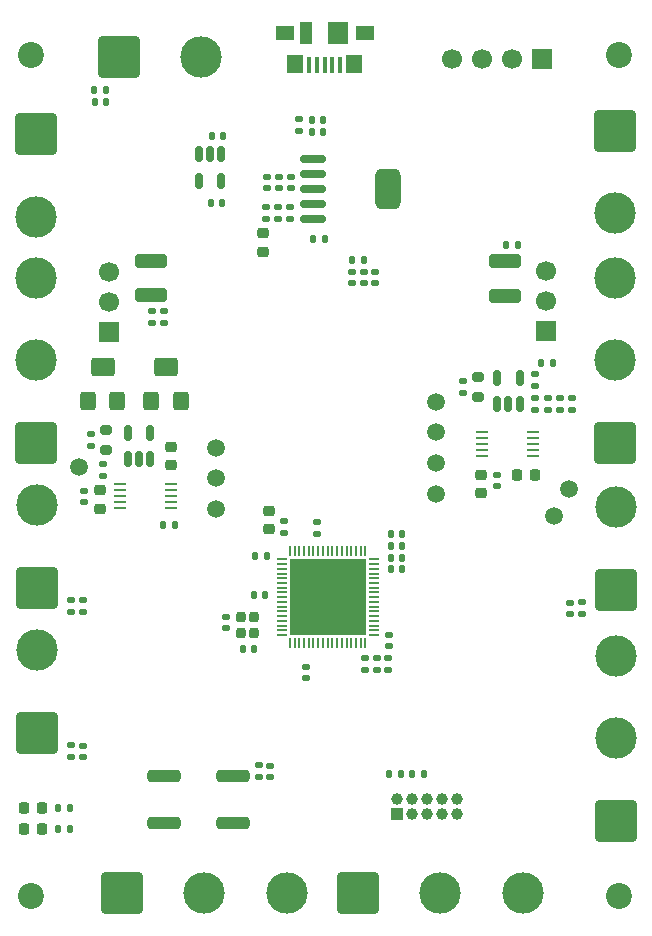
<source format=gbr>
%TF.GenerationSoftware,KiCad,Pcbnew,9.0.6*%
%TF.CreationDate,2026-01-25T18:40:06+01:00*%
%TF.ProjectId,dispo-board,64697370-6f2d-4626-9f61-72642e6b6963,rev?*%
%TF.SameCoordinates,Original*%
%TF.FileFunction,Soldermask,Top*%
%TF.FilePolarity,Negative*%
%FSLAX46Y46*%
G04 Gerber Fmt 4.6, Leading zero omitted, Abs format (unit mm)*
G04 Created by KiCad (PCBNEW 9.0.6) date 2026-01-25 18:40:06*
%MOMM*%
%LPD*%
G01*
G04 APERTURE LIST*
G04 Aperture macros list*
%AMRoundRect*
0 Rectangle with rounded corners*
0 $1 Rounding radius*
0 $2 $3 $4 $5 $6 $7 $8 $9 X,Y pos of 4 corners*
0 Add a 4 corners polygon primitive as box body*
4,1,4,$2,$3,$4,$5,$6,$7,$8,$9,$2,$3,0*
0 Add four circle primitives for the rounded corners*
1,1,$1+$1,$2,$3*
1,1,$1+$1,$4,$5*
1,1,$1+$1,$6,$7*
1,1,$1+$1,$8,$9*
0 Add four rect primitives between the rounded corners*
20,1,$1+$1,$2,$3,$4,$5,0*
20,1,$1+$1,$4,$5,$6,$7,0*
20,1,$1+$1,$6,$7,$8,$9,0*
20,1,$1+$1,$8,$9,$2,$3,0*%
G04 Aperture macros list end*
%ADD10RoundRect,0.140000X-0.170000X0.140000X-0.170000X-0.140000X0.170000X-0.140000X0.170000X0.140000X0*%
%ADD11RoundRect,0.200000X-0.200000X0.250000X-0.200000X-0.250000X0.200000X-0.250000X0.200000X0.250000X0*%
%ADD12RoundRect,0.135000X-0.135000X-0.185000X0.135000X-0.185000X0.135000X0.185000X-0.135000X0.185000X0*%
%ADD13RoundRect,0.140000X0.140000X0.170000X-0.140000X0.170000X-0.140000X-0.170000X0.140000X-0.170000X0*%
%ADD14RoundRect,0.140000X-0.140000X-0.170000X0.140000X-0.170000X0.140000X0.170000X-0.140000X0.170000X0*%
%ADD15RoundRect,0.250002X-1.499998X1.499998X-1.499998X-1.499998X1.499998X-1.499998X1.499998X1.499998X0*%
%ADD16C,3.500000*%
%ADD17RoundRect,0.150000X0.150000X-0.512500X0.150000X0.512500X-0.150000X0.512500X-0.150000X-0.512500X0*%
%ADD18R,1.000000X1.000000*%
%ADD19C,1.000000*%
%ADD20RoundRect,0.140000X0.170000X-0.140000X0.170000X0.140000X-0.170000X0.140000X-0.170000X-0.140000X0*%
%ADD21RoundRect,0.200000X0.275000X-0.200000X0.275000X0.200000X-0.275000X0.200000X-0.275000X-0.200000X0*%
%ADD22RoundRect,0.062500X-0.400000X-0.062500X0.400000X-0.062500X0.400000X0.062500X-0.400000X0.062500X0*%
%ADD23RoundRect,0.062500X-0.062500X-0.400000X0.062500X-0.400000X0.062500X0.400000X-0.062500X0.400000X0*%
%ADD24R,6.400000X6.400000*%
%ADD25R,0.450000X1.380000*%
%ADD26R,1.650000X1.300000*%
%ADD27R,1.425000X1.550000*%
%ADD28R,1.800000X1.900000*%
%ADD29R,1.000000X1.900000*%
%ADD30RoundRect,0.135000X-0.185000X0.135000X-0.185000X-0.135000X0.185000X-0.135000X0.185000X0.135000X0*%
%ADD31C,1.500000*%
%ADD32RoundRect,0.150000X-0.950000X-0.150000X0.950000X-0.150000X0.950000X0.150000X-0.950000X0.150000X0*%
%ADD33RoundRect,0.537500X-0.537500X-1.187500X0.537500X-1.187500X0.537500X1.187500X-0.537500X1.187500X0*%
%ADD34RoundRect,0.250002X1.499998X-1.499998X1.499998X1.499998X-1.499998X1.499998X-1.499998X-1.499998X0*%
%ADD35RoundRect,0.218750X0.256250X-0.218750X0.256250X0.218750X-0.256250X0.218750X-0.256250X-0.218750X0*%
%ADD36RoundRect,0.250002X-1.499998X-1.499998X1.499998X-1.499998X1.499998X1.499998X-1.499998X1.499998X0*%
%ADD37RoundRect,0.225000X-0.250000X0.225000X-0.250000X-0.225000X0.250000X-0.225000X0.250000X0.225000X0*%
%ADD38RoundRect,0.218750X0.218750X0.256250X-0.218750X0.256250X-0.218750X-0.256250X0.218750X-0.256250X0*%
%ADD39RoundRect,0.135000X0.185000X-0.135000X0.185000X0.135000X-0.185000X0.135000X-0.185000X-0.135000X0*%
%ADD40R,1.100000X0.250000*%
%ADD41RoundRect,0.250000X0.400000X0.550000X-0.400000X0.550000X-0.400000X-0.550000X0.400000X-0.550000X0*%
%ADD42RoundRect,0.250000X0.750000X0.550000X-0.750000X0.550000X-0.750000X-0.550000X0.750000X-0.550000X0*%
%ADD43RoundRect,0.225000X0.250000X-0.225000X0.250000X0.225000X-0.250000X0.225000X-0.250000X-0.225000X0*%
%ADD44RoundRect,0.135000X0.135000X0.185000X-0.135000X0.185000X-0.135000X-0.185000X0.135000X-0.185000X0*%
%ADD45RoundRect,0.250000X1.100000X-0.325000X1.100000X0.325000X-1.100000X0.325000X-1.100000X-0.325000X0*%
%ADD46R,1.700000X1.700000*%
%ADD47C,1.700000*%
%ADD48C,2.200000*%
%ADD49RoundRect,0.225000X0.225000X0.250000X-0.225000X0.250000X-0.225000X-0.250000X0.225000X-0.250000X0*%
%ADD50RoundRect,0.150000X-0.150000X0.512500X-0.150000X-0.512500X0.150000X-0.512500X0.150000X0.512500X0*%
%ADD51RoundRect,0.250000X-1.150000X-0.250000X1.150000X-0.250000X1.150000X0.250000X-1.150000X0.250000X0*%
G04 APERTURE END LIST*
D10*
%TO.C,C34*%
X64000000Y-45500000D03*
X64000000Y-46460000D03*
%TD*%
%TO.C,C2*%
X65100000Y-78220000D03*
X65100000Y-79180000D03*
%TD*%
D11*
%TO.C,Y1*%
X52650000Y-74700000D03*
X52650000Y-76100000D03*
X53750000Y-76100000D03*
X53750000Y-74700000D03*
%TD*%
D12*
%TO.C,R11*%
X45990000Y-66900000D03*
X47010000Y-66900000D03*
%TD*%
D13*
%TO.C,C11*%
X54780000Y-69575000D03*
X53820000Y-69575000D03*
%TD*%
%TO.C,C36*%
X51080288Y-33977569D03*
X50120288Y-33977569D03*
%TD*%
D14*
%TO.C,C8*%
X65320000Y-70700000D03*
X66280000Y-70700000D03*
%TD*%
D10*
%TO.C,C1*%
X65104541Y-76253046D03*
X65104541Y-77213046D03*
%TD*%
D15*
%TO.C,J2*%
X35276658Y-33857607D03*
D16*
X35276658Y-40857607D03*
%TD*%
D10*
%TO.C,C20*%
X39200000Y-85620000D03*
X39200000Y-86580000D03*
%TD*%
D17*
%TO.C,U5*%
X43050000Y-61387500D03*
X44000000Y-61387500D03*
X44950000Y-61387500D03*
X44950000Y-59112500D03*
X43050000Y-59112500D03*
%TD*%
D18*
%TO.C,J3*%
X65860000Y-91370000D03*
D19*
X65860000Y-90100000D03*
X67130000Y-91370000D03*
X67130000Y-90100000D03*
X68400000Y-91370000D03*
X68400000Y-90100000D03*
X69670000Y-91370000D03*
X69670000Y-90100000D03*
X70940000Y-91370000D03*
X70940000Y-90100000D03*
%TD*%
D20*
%TO.C,C27*%
X40945204Y-62766285D03*
X40945204Y-61806285D03*
%TD*%
D21*
%TO.C,R15*%
X72685741Y-56090041D03*
X72685741Y-54440041D03*
%TD*%
D22*
%TO.C,U1*%
X56062500Y-69850000D03*
X56062500Y-70250000D03*
X56062500Y-70650000D03*
X56062500Y-71050000D03*
X56062500Y-71450000D03*
X56062500Y-71850000D03*
X56062500Y-72250000D03*
X56062500Y-72650000D03*
X56062500Y-73050000D03*
X56062500Y-73450000D03*
X56062500Y-73850000D03*
X56062500Y-74250000D03*
X56062500Y-74650000D03*
X56062500Y-75050000D03*
X56062500Y-75450000D03*
X56062500Y-75850000D03*
X56062500Y-76250000D03*
D23*
X56750000Y-76937500D03*
X57150000Y-76937500D03*
X57550000Y-76937500D03*
X57950000Y-76937500D03*
X58350000Y-76937500D03*
X58750000Y-76937500D03*
X59150000Y-76937500D03*
X59550000Y-76937500D03*
X59950000Y-76937500D03*
X60350000Y-76937500D03*
X60750000Y-76937500D03*
X61150000Y-76937500D03*
X61550000Y-76937500D03*
X61950000Y-76937500D03*
X62350000Y-76937500D03*
X62750000Y-76937500D03*
X63150000Y-76937500D03*
D22*
X63837500Y-76250000D03*
X63837500Y-75850000D03*
X63837500Y-75450000D03*
X63837500Y-75050000D03*
X63837500Y-74650000D03*
X63837500Y-74250000D03*
X63837500Y-73850000D03*
X63837500Y-73450000D03*
X63837500Y-73050000D03*
X63837500Y-72650000D03*
X63837500Y-72250000D03*
X63837500Y-71850000D03*
X63837500Y-71450000D03*
X63837500Y-71050000D03*
X63837500Y-70650000D03*
X63837500Y-70250000D03*
X63837500Y-69850000D03*
D23*
X63150000Y-69162500D03*
X62750000Y-69162500D03*
X62350000Y-69162500D03*
X61950000Y-69162500D03*
X61550000Y-69162500D03*
X61150000Y-69162500D03*
X60750000Y-69162500D03*
X60350000Y-69162500D03*
X59950000Y-69162500D03*
X59550000Y-69162500D03*
X59150000Y-69162500D03*
X58750000Y-69162500D03*
X58350000Y-69162500D03*
X57950000Y-69162500D03*
X57550000Y-69162500D03*
X57150000Y-69162500D03*
X56750000Y-69162500D03*
D24*
X59950000Y-73050000D03*
%TD*%
D25*
%TO.C,J14*%
X61000000Y-27960000D03*
X60350000Y-27960000D03*
X59700000Y-27960000D03*
X59050000Y-27960000D03*
X58400000Y-27960000D03*
D26*
X63075000Y-25300000D03*
D27*
X62187500Y-27875000D03*
D28*
X60850000Y-25300000D03*
D29*
X58150000Y-25300000D03*
D27*
X57212500Y-27875000D03*
D26*
X56325000Y-25300000D03*
%TD*%
D12*
%TO.C,R19*%
X75040000Y-43250000D03*
X76060000Y-43250000D03*
%TD*%
D10*
%TO.C,C7*%
X64100000Y-78220000D03*
X64100000Y-79180000D03*
%TD*%
D30*
%TO.C,R22*%
X54750000Y-40010000D03*
X54750000Y-41030000D03*
%TD*%
D31*
%TO.C,TP10*%
X80400000Y-63900000D03*
%TD*%
D13*
%TO.C,C10*%
X54680000Y-72900000D03*
X53720000Y-72900000D03*
%TD*%
D32*
%TO.C,U7*%
X58750000Y-35980000D03*
X58750000Y-37250000D03*
X58750000Y-38520000D03*
X58750000Y-39790000D03*
X58750000Y-41060000D03*
D33*
X65050000Y-38520000D03*
%TD*%
D34*
%TO.C,J7*%
X35300000Y-60000000D03*
D16*
X35300000Y-53000000D03*
X35300000Y-46000000D03*
%TD*%
D34*
%TO.C,J13*%
X35323342Y-84542393D03*
D16*
X35323342Y-77542393D03*
%TD*%
D10*
%TO.C,C17*%
X80500000Y-73520000D03*
X80500000Y-74480000D03*
%TD*%
D12*
%TO.C,R2*%
X37090000Y-90900000D03*
X38110000Y-90900000D03*
%TD*%
D35*
%TO.C,D3*%
X54500000Y-43807500D03*
X54500000Y-42232500D03*
%TD*%
D36*
%TO.C,J6*%
X42257607Y-27323342D03*
D16*
X49257607Y-27323342D03*
%TD*%
D21*
%TO.C,R16*%
X41186679Y-60574196D03*
X41186679Y-58924196D03*
%TD*%
D10*
%TO.C,C4*%
X63100000Y-78220000D03*
X63100000Y-79180000D03*
%TD*%
D14*
%TO.C,C40*%
X58627775Y-33650615D03*
X59587775Y-33650615D03*
%TD*%
D37*
%TO.C,C23*%
X40667599Y-63995878D03*
X40667599Y-65545878D03*
%TD*%
D38*
%TO.C,D1*%
X35787500Y-90900000D03*
X34212500Y-90900000D03*
%TD*%
D13*
%TO.C,C16*%
X53746267Y-77424557D03*
X52786267Y-77424557D03*
%TD*%
D10*
%TO.C,C14*%
X51362519Y-74702289D03*
X51362519Y-75662289D03*
%TD*%
D39*
%TO.C,R1*%
X59025000Y-67685000D03*
X59025000Y-66665000D03*
%TD*%
D40*
%TO.C,U2*%
X46650000Y-65500000D03*
X46650000Y-65000000D03*
X46650000Y-64500000D03*
X46650000Y-64000000D03*
X46650000Y-63500000D03*
X42350000Y-63500000D03*
X42350000Y-64000000D03*
X42350000Y-64500000D03*
X42350000Y-65000000D03*
X42350000Y-65500000D03*
%TD*%
D13*
%TO.C,C42*%
X51030000Y-39700000D03*
X50070000Y-39700000D03*
%TD*%
D39*
%TO.C,R13*%
X79600000Y-57210000D03*
X79600000Y-56190000D03*
%TD*%
D12*
%TO.C,R7*%
X65129043Y-88000000D03*
X66149043Y-88000000D03*
%TD*%
D10*
%TO.C,C44*%
X56750000Y-40040000D03*
X56750000Y-41000000D03*
%TD*%
D38*
%TO.C,D2*%
X35800000Y-92700000D03*
X34225000Y-92700000D03*
%TD*%
D10*
%TO.C,C9*%
X58147773Y-78945000D03*
X58147773Y-79905000D03*
%TD*%
D41*
%TO.C,RV2*%
X39650000Y-56476481D03*
D42*
X40900000Y-53576481D03*
D41*
X42150000Y-56476481D03*
%TD*%
D10*
%TO.C,C43*%
X62017833Y-45490034D03*
X62017833Y-46450034D03*
%TD*%
D36*
%TO.C,J11*%
X62500000Y-98100000D03*
D16*
X69500000Y-98100000D03*
X76500000Y-98100000D03*
%TD*%
D30*
%TO.C,R9*%
X38200000Y-73290000D03*
X38200000Y-74310000D03*
%TD*%
D31*
%TO.C,TP5*%
X50500000Y-63000000D03*
%TD*%
D43*
%TO.C,C13*%
X55000000Y-67300000D03*
X55000000Y-65750000D03*
%TD*%
D20*
%TO.C,C15*%
X55100000Y-88280000D03*
X55100000Y-87320000D03*
%TD*%
D10*
%TO.C,C19*%
X39200000Y-73320000D03*
X39200000Y-74280000D03*
%TD*%
D31*
%TO.C,TP3*%
X69100000Y-59100000D03*
%TD*%
D39*
%TO.C,R17*%
X77544848Y-55188701D03*
X77544848Y-54168701D03*
%TD*%
D31*
%TO.C,TP4*%
X69100000Y-61700000D03*
%TD*%
D39*
%TO.C,R20*%
X46100000Y-49835000D03*
X46100000Y-48815000D03*
%TD*%
D44*
%TO.C,R8*%
X41210000Y-30100000D03*
X40190000Y-30100000D03*
%TD*%
D34*
%TO.C,J8*%
X84300000Y-60000000D03*
D16*
X84300000Y-53000000D03*
X84300000Y-46000000D03*
%TD*%
D30*
%TO.C,R21*%
X45100000Y-48815000D03*
X45100000Y-49835000D03*
%TD*%
D10*
%TO.C,C33*%
X56838197Y-37477251D03*
X56838197Y-38437251D03*
%TD*%
%TO.C,C39*%
X54838197Y-37477251D03*
X54838197Y-38437251D03*
%TD*%
%TO.C,C29*%
X71435741Y-54785041D03*
X71435741Y-55745041D03*
%TD*%
D30*
%TO.C,FB1*%
X57546470Y-32588154D03*
X57546470Y-33608154D03*
%TD*%
%TO.C,R10*%
X38200000Y-85590000D03*
X38200000Y-86610000D03*
%TD*%
D10*
%TO.C,C30*%
X39889524Y-59274308D03*
X39889524Y-60234308D03*
%TD*%
D45*
%TO.C,C31*%
X74950000Y-47525000D03*
X74950000Y-44575000D03*
%TD*%
D10*
%TO.C,C22*%
X74284962Y-62679728D03*
X74284962Y-63639728D03*
%TD*%
D36*
%TO.C,J5*%
X42500000Y-98100000D03*
D16*
X49500000Y-98100000D03*
X56500000Y-98100000D03*
%TD*%
D34*
%TO.C,J9*%
X84400000Y-92000000D03*
D16*
X84400000Y-85000000D03*
X84400000Y-78000000D03*
%TD*%
D44*
%TO.C,R6*%
X68110000Y-88000000D03*
X67090000Y-88000000D03*
%TD*%
D41*
%TO.C,RV1*%
X45023621Y-56473561D03*
D42*
X46273621Y-53573561D03*
D41*
X47523621Y-56473561D03*
%TD*%
D14*
%TO.C,C5*%
X65320000Y-69700000D03*
X66280000Y-69700000D03*
%TD*%
D39*
%TO.C,R14*%
X78570167Y-57242862D03*
X78570167Y-56222862D03*
%TD*%
D46*
%TO.C,J12*%
X78080000Y-27500000D03*
D47*
X75540000Y-27500000D03*
X73000000Y-27500000D03*
X70460000Y-27500000D03*
%TD*%
D10*
%TO.C,C45*%
X55750000Y-40040000D03*
X55750000Y-41000000D03*
%TD*%
D48*
%TO.C,REF\u002A\u002A*%
X34801999Y-98362001D03*
%TD*%
D30*
%TO.C,R12*%
X80600000Y-56190000D03*
X80600000Y-57210000D03*
%TD*%
D48*
%TO.C,REF\u002A\u002A*%
X84586001Y-98362001D03*
%TD*%
D20*
%TO.C,C12*%
X56250000Y-67580000D03*
X56250000Y-66620000D03*
%TD*%
D12*
%TO.C,R18*%
X77990000Y-53250000D03*
X79010000Y-53250000D03*
%TD*%
D48*
%TO.C,REF\u002A\u002A*%
X84586001Y-27137999D03*
%TD*%
D45*
%TO.C,C32*%
X45000000Y-47500000D03*
X45000000Y-44550000D03*
%TD*%
D49*
%TO.C,C25*%
X77525000Y-62705867D03*
X75975000Y-62705867D03*
%TD*%
D13*
%TO.C,C18*%
X41180000Y-31100000D03*
X40220000Y-31100000D03*
%TD*%
D43*
%TO.C,C26*%
X46679268Y-61853453D03*
X46679268Y-60303453D03*
%TD*%
D48*
%TO.C,REF\u002A\u002A*%
X34801999Y-27137999D03*
%TD*%
D31*
%TO.C,TP2*%
X50500000Y-65600000D03*
%TD*%
D14*
%TO.C,C6*%
X65320000Y-67700000D03*
X66280000Y-67700000D03*
%TD*%
D15*
%TO.C,J4*%
X84276658Y-33557607D03*
D16*
X84276658Y-40557607D03*
%TD*%
D34*
%TO.C,J10*%
X35323342Y-72242393D03*
D16*
X35323342Y-65242393D03*
%TD*%
D30*
%TO.C,R3*%
X54100000Y-87290000D03*
X54100000Y-88310000D03*
%TD*%
D31*
%TO.C,TP9*%
X38900000Y-62000000D03*
%TD*%
D34*
%TO.C,J1*%
X84323342Y-72442393D03*
D16*
X84323342Y-65442393D03*
%TD*%
D10*
%TO.C,C35*%
X55838197Y-37477251D03*
X55838197Y-38437251D03*
%TD*%
D31*
%TO.C,TP1*%
X69100000Y-56500000D03*
%TD*%
D10*
%TO.C,C21*%
X39352628Y-64023665D03*
X39352628Y-64983665D03*
%TD*%
%TO.C,C38*%
X63002157Y-45493953D03*
X63002157Y-46453953D03*
%TD*%
D31*
%TO.C,TP7*%
X69100000Y-64300000D03*
%TD*%
D50*
%TO.C,U6*%
X50950000Y-35562500D03*
X50000000Y-35562500D03*
X49050000Y-35562500D03*
X49050000Y-37837500D03*
X50950000Y-37837500D03*
%TD*%
D46*
%TO.C,JP1*%
X41450000Y-50580000D03*
D47*
X41450000Y-48040000D03*
X41450000Y-45500000D03*
%TD*%
D14*
%TO.C,C37*%
X58627775Y-32635709D03*
X59587775Y-32635709D03*
%TD*%
%TO.C,C41*%
X58752599Y-42721370D03*
X59712599Y-42721370D03*
%TD*%
D17*
%TO.C,U4*%
X74300000Y-56731633D03*
X75250000Y-56731633D03*
X76200000Y-56731633D03*
X76200000Y-54456633D03*
X74300000Y-54456633D03*
%TD*%
D37*
%TO.C,C24*%
X72975297Y-62690147D03*
X72975297Y-64240147D03*
%TD*%
D31*
%TO.C,TP8*%
X79100000Y-66200000D03*
%TD*%
D51*
%TO.C,SW1*%
X46100000Y-88200000D03*
X51900000Y-88200000D03*
X46100000Y-92200000D03*
X51900000Y-92200000D03*
%TD*%
D10*
%TO.C,C28*%
X77514396Y-56229269D03*
X77514396Y-57189269D03*
%TD*%
D46*
%TO.C,JP2*%
X78400000Y-50530000D03*
D47*
X78400000Y-47990000D03*
X78400000Y-45450000D03*
%TD*%
D12*
%TO.C,R4*%
X37102500Y-92700000D03*
X38122500Y-92700000D03*
%TD*%
D40*
%TO.C,U3*%
X73050000Y-59100000D03*
X73050000Y-59600000D03*
X73050000Y-60100000D03*
X73050000Y-60600000D03*
X73050000Y-61100000D03*
X77350000Y-61100000D03*
X77350000Y-60600000D03*
X77350000Y-60100000D03*
X77350000Y-59600000D03*
X77350000Y-59100000D03*
%TD*%
D31*
%TO.C,TP6*%
X50500000Y-60400000D03*
%TD*%
D14*
%TO.C,C3*%
X65300000Y-68700000D03*
X66260000Y-68700000D03*
%TD*%
D44*
%TO.C,FB2*%
X63007736Y-44494147D03*
X61987736Y-44494147D03*
%TD*%
D30*
%TO.C,R5*%
X81500000Y-73490000D03*
X81500000Y-74510000D03*
%TD*%
M02*

</source>
